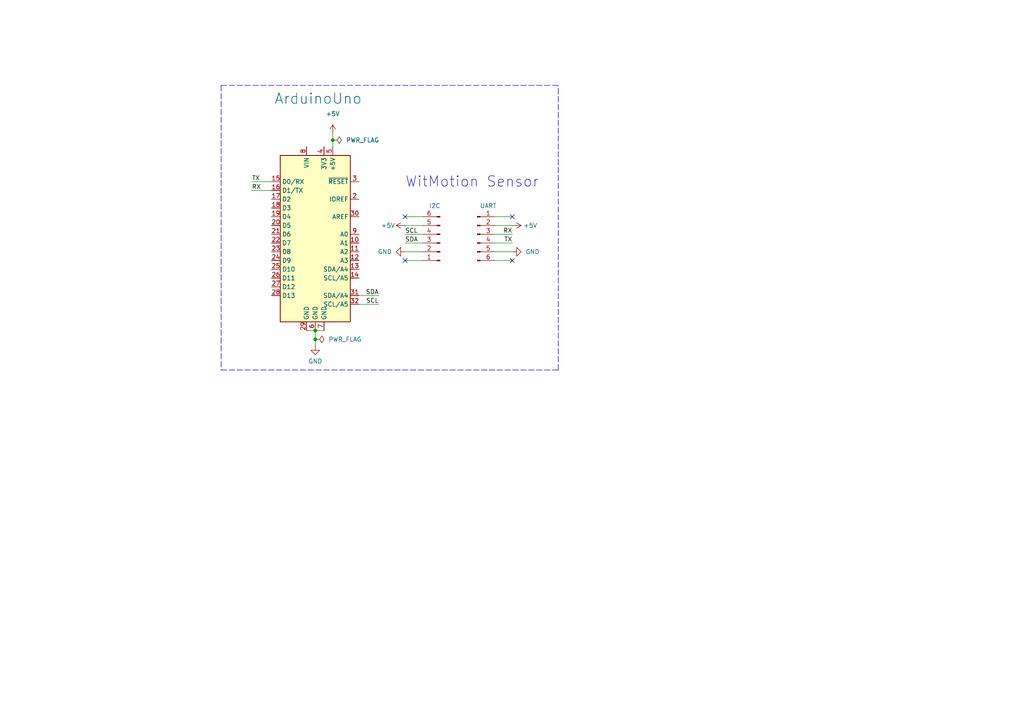
<source format=kicad_sch>
(kicad_sch (version 20211123) (generator eeschema)
  (paper "A4")
  (lib_symbols
    (symbol "Connector:Conn_01x06_Male" (pin_names (offset 1.016) hide)
      (property "Reference" "J" (at 0 7.62 0))
      (property "Value" "Conn_01x06_Male" (at 0 -10.16 0))
      (symbol "Conn_01x06_Male_1_1"
        (polyline (pts (xy 1.27 -7.62) (xy 0.8636 -7.62)) (stroke (width 0.1524)))
        (polyline (pts (xy 1.27 -5.08) (xy 0.8636 -5.08)) (stroke (width 0.1524)))
        (polyline (pts (xy 1.27 -2.54) (xy 0.8636 -2.54)) (stroke (width 0.1524)))
        (polyline (pts (xy 1.27 0) (xy 0.8636 0)) (stroke (width 0.1524)))
        (polyline (pts (xy 1.27 2.54) (xy 0.8636 2.54)) (stroke (width 0.1524)))
        (polyline (pts (xy 1.27 5.08) (xy 0.8636 5.08)) (stroke (width 0.1524)))
        (rectangle (start 0.8636 -7.493) (end 0 -7.747) (stroke (width 0.1524)) (fill (type outline)))
        (rectangle (start 0.8636 -4.953) (end 0 -5.207) (stroke (width 0.1524)) (fill (type outline)))
        (rectangle (start 0.8636 -2.413) (end 0 -2.667) (stroke (width 0.1524)) (fill (type outline)))
        (rectangle (start 0.8636 0.127) (end 0 -0.127) (stroke (width 0.1524)) (fill (type outline)))
        (rectangle (start 0.8636 2.667) (end 0 2.413) (stroke (width 0.1524)) (fill (type outline)))
        (rectangle (start 0.8636 5.207) (end 0 4.953) (stroke (width 0.1524)) (fill (type outline)))
        (pin passive line (at 5.08 5.08 180) (length 3.81) (name "Pin_1") (number "1"))
        (pin passive line (at 5.08 2.54 180) (length 3.81) (name "Pin_2") (number "2"))
        (pin passive line (at 5.08 0 180) (length 3.81) (name "Pin_3") (number "3"))
        (pin passive line (at 5.08 -2.54 180) (length 3.81) (name "Pin_4") (number "4"))
        (pin passive line (at 5.08 -5.08 180) (length 3.81) (name "Pin_5") (number "5"))
        (pin passive line (at 5.08 -7.62 180) (length 3.81) (name "Pin_6") (number "6"))
      )
    )
    (symbol "MCU_Module:Arduino_UNO_R3"
      (property "Reference" "A" (at -10.16 23.495 0))
      (property "Value" "Arduino_UNO_R3" (at 5.08 -26.67 0))
      (symbol "Arduino_UNO_R3_0_1"
        (rectangle (start -10.16 22.86) (end 10.16 -25.4) (stroke (width 0.254)) (fill (type background)))
      )
      (symbol "Arduino_UNO_R3_1_1"
        (pin no_connect line (at -10.16 -20.32 0) (length 2.54) hide (name "NC") (number "1"))
        (pin bidirectional line (at 12.7 -2.54 180) (length 2.54) (name "A1") (number "10"))
        (pin bidirectional line (at 12.7 -5.08 180) (length 2.54) (name "A2") (number "11"))
        (pin bidirectional line (at 12.7 -7.62 180) (length 2.54) (name "A3") (number "12"))
        (pin bidirectional line (at 12.7 -10.16 180) (length 2.54) (name "SDA/A4") (number "13"))
        (pin bidirectional line (at 12.7 -12.7 180) (length 2.54) (name "SCL/A5") (number "14"))
        (pin bidirectional line (at -12.7 15.24 0) (length 2.54) (name "D0/RX") (number "15"))
        (pin bidirectional line (at -12.7 12.7 0) (length 2.54) (name "D1/TX") (number "16"))
        (pin bidirectional line (at -12.7 10.16 0) (length 2.54) (name "D2") (number "17"))
        (pin bidirectional line (at -12.7 7.62 0) (length 2.54) (name "D3") (number "18"))
        (pin bidirectional line (at -12.7 5.08 0) (length 2.54) (name "D4") (number "19"))
        (pin output line (at 12.7 10.16 180) (length 2.54) (name "IOREF") (number "2"))
        (pin bidirectional line (at -12.7 2.54 0) (length 2.54) (name "D5") (number "20"))
        (pin bidirectional line (at -12.7 0 0) (length 2.54) (name "D6") (number "21"))
        (pin bidirectional line (at -12.7 -2.54 0) (length 2.54) (name "D7") (number "22"))
        (pin bidirectional line (at -12.7 -5.08 0) (length 2.54) (name "D8") (number "23"))
        (pin bidirectional line (at -12.7 -7.62 0) (length 2.54) (name "D9") (number "24"))
        (pin bidirectional line (at -12.7 -10.16 0) (length 2.54) (name "D10") (number "25"))
        (pin bidirectional line (at -12.7 -12.7 0) (length 2.54) (name "D11") (number "26"))
        (pin bidirectional line (at -12.7 -15.24 0) (length 2.54) (name "D12") (number "27"))
        (pin bidirectional line (at -12.7 -17.78 0) (length 2.54) (name "D13") (number "28"))
        (pin power_in line (at -2.54 -27.94 90) (length 2.54) (name "GND") (number "29"))
        (pin input line (at 12.7 15.24 180) (length 2.54) (name "~{RESET}") (number "3"))
        (pin input line (at 12.7 5.08 180) (length 2.54) (name "AREF") (number "30"))
        (pin bidirectional line (at 12.7 -17.78 180) (length 2.54) (name "SDA/A4") (number "31"))
        (pin bidirectional line (at 12.7 -20.32 180) (length 2.54) (name "SCL/A5") (number "32"))
        (pin power_out line (at 2.54 25.4 270) (length 2.54) (name "3V3") (number "4"))
        (pin power_out line (at 5.08 25.4 270) (length 2.54) (name "+5V") (number "5"))
        (pin power_in line (at 0 -27.94 90) (length 2.54) (name "GND") (number "6"))
        (pin power_in line (at 2.54 -27.94 90) (length 2.54) (name "GND") (number "7"))
        (pin power_in line (at -2.54 25.4 270) (length 2.54) (name "VIN") (number "8"))
        (pin bidirectional line (at 12.7 0 180) (length 2.54) (name "A0") (number "9"))
      )
    )
    (symbol "power:+5V" (power) (pin_names (offset 0))
      (property "Value" "+5V" (at 0 3.556 0))
      (symbol "+5V_0_1"
        (polyline (pts (xy -0.762 1.27) (xy 0 2.54)))
        (polyline (pts (xy 0 0) (xy 0 2.54)))
        (polyline (pts (xy 0 2.54) (xy 0.762 1.27)))
      )
      (symbol "+5V_1_1"
        (pin power_in line (at 0 0 90) (length 0) hide (name "+5V") (number "1"))
      )
    )
    (symbol "power:GND" (power) (pin_names (offset 0))
      (property "Value" "GND" (at 0 -3.81 0))
      (symbol "GND_0_1"
        (polyline (pts (xy 0 0) (xy 0 -1.27) (xy 1.27 -1.27) (xy 0 -2.54) (xy -1.27 -1.27) (xy 0 -1.27)))
      )
      (symbol "GND_1_1"
        (pin power_in line (at 0 0 270) (length 0) hide (name "GND") (number "1"))
      )
    )
    (symbol "power:PWR_FLAG" (power) (pin_numbers hide) (pin_names (offset 0) hide)
      (property "Value" "PWR_FLAG" (at 0 3.81 0))
      (symbol "PWR_FLAG_0_0"
        (pin power_out line (at 0 0 90) (length 0) (name "pwr") (number "1"))
      )
      (symbol "PWR_FLAG_0_1"
        (polyline (pts (xy 0 0) (xy 0 1.27) (xy -1.016 1.905) (xy 0 2.54) (xy 1.016 1.905) (xy 0 1.27)))
      )
    )
  )
  (junction (at 91.44 98.425))
  (junction (at 96.52 40.64))
  (junction (at 91.44 95.885))
  (no_connect (at 148.59 75.565))
  (no_connect (at 148.59 62.865))
  (no_connect (at 117.475 62.865))
  (no_connect (at 117.475 75.565))
  (wire (pts (xy 73.025 52.705) (xy 78.74 52.705)))
  (polyline (pts (xy 64.135 107.315) (xy 161.925 107.315)))
  (wire (pts (xy 143.51 73.025) (xy 148.59 73.025)))
  (polyline (pts (xy 64.135 24.765) (xy 64.135 107.315)))
  (wire (pts (xy 117.475 67.945) (xy 122.555 67.945)))
  (wire (pts (xy 117.475 73.025) (xy 122.555 73.025)))
  (wire (pts (xy 143.51 75.565) (xy 148.59 75.565)))
  (wire (pts (xy 104.14 88.265) (xy 109.855 88.265)))
  (wire (pts (xy 117.475 65.405) (xy 122.555 65.405)))
  (wire (pts (xy 91.44 100.33) (xy 91.44 98.425)))
  (wire (pts (xy 117.475 62.865) (xy 122.555 62.865)))
  (wire (pts (xy 117.475 75.565) (xy 122.555 75.565)))
  (wire (pts (xy 143.51 65.405) (xy 148.59 65.405)))
  (wire (pts (xy 73.025 55.245) (xy 78.74 55.245)))
  (wire (pts (xy 143.51 67.945) (xy 148.59 67.945)))
  (wire (pts (xy 104.14 85.725) (xy 109.855 85.725)))
  (wire (pts (xy 91.44 95.885) (xy 93.98 95.885)))
  (wire (pts (xy 88.9 95.885) (xy 91.44 95.885)))
  (wire (pts (xy 91.44 98.425) (xy 91.44 95.885)))
  (wire (pts (xy 143.51 62.865) (xy 148.59 62.865)))
  (wire (pts (xy 117.475 70.485) (xy 122.555 70.485)))
  (polyline (pts (xy 64.135 24.765) (xy 161.925 24.765)))
  (polyline (pts (xy 161.925 107.315) (xy 161.925 24.765)))
  (wire (pts (xy 143.51 70.485) (xy 148.59 70.485)))
  (wire (pts (xy 96.52 40.64) (xy 96.52 42.545)))
  (wire (pts (xy 96.52 38.735) (xy 96.52 40.64)))
  (text "WitMotion Sensor" (at 117.475 54.61 0) (effects (font (size 3 3)) (justify left bottom)))
  (label "SDA" (at 117.475 70.485 0))
  (label "SCL" (at 109.855 88.265 180))
  (label "TX" (at 73.025 52.705 0))
  (label "SDA" (at 109.855 85.725 180))
  (label "RX" (at 148.59 67.945 180))
  (label "RX" (at 73.025 55.245 0))
  (label "TX" (at 148.59 70.485 180))
  (label "SCL" (at 117.475 67.945 0))
  (symbol (lib_id "power:+5V") (at 117.475 65.405 90) (unit 1)
    (property "Reference" "#PWR?" (effects hide))
    (property "Value" "+5V" (at 110.49 65.405 90) (effects (justify right)))
  )
  (symbol (lib_id "power:PWR_FLAG") (at 91.44 98.425 270) (unit 1)
    (property "Reference" "#FLG?" (effects hide))
    (property "Value" "PWR_FLAG" (at 95.25 98.4249 90) (effects (justify left)))
  )
  (symbol (lib_id "power:+5V") (at 96.52 38.735 0) (unit 1)
    (property "Reference" "#PWR?" (effects hide))
    (property "Value" "+5V" (at 96.52 33.02 0))
  )
  (symbol (lib_id "power:GND") (at 91.44 100.33 0) (unit 1)
    (property "Reference" "#PWR?" (effects hide))
    (property "Value" "GND" (at 91.44 104.775 0))
  )
  (symbol (lib_id "power:PWR_FLAG") (at 96.52 40.64 270) (unit 1)
    (property "Reference" "#FLG?" (effects hide))
    (property "Value" "PWR_FLAG" (at 100.33 40.6399 90) (effects (justify left)))
  )
  (symbol (lib_id "power:GND") (at 148.59 73.025 90) (unit 1)
    (property "Reference" "#PWR?" (effects hide))
    (property "Value" "GND" (at 152.4 73.0249 90) (effects (justify right)))
  )
  (symbol (lib_id "power:GND") (at 117.475 73.025 270) (unit 1)
    (property "Reference" "#PWR?" (effects hide))
    (property "Value" "GND" (at 113.665 73.0249 90) (effects (justify right)))
  )
  (symbol (lib_id "power:+5V") (at 148.59 65.405 270) (unit 1)
    (property "Reference" "#PWR?" (effects hide))
    (property "Value" "+5V" (at 151.765 65.4049 90) (effects (justify left)))
  )
  (symbol (lib_id "MCU_Module:Arduino_UNO_R3") (at 91.44 67.945 0) (unit 1)
    (property "Reference" "ArduinoUno" (at 79.375 28.575 0) (effects (font (size 3 3)) (justify left)))
    (property "Value" " " (at 105.41 46.355 0) (effects (justify left)))
    (property "Footprint" "Module:Arduino_UNO_R3" (effects hide))
    (property "Datasheet" "https://www.arduino.cc/en/Main/arduinoBoardUno" (effects hide))
  )
  (symbol (lib_id "Connector:Conn_01x06_Male") (at 138.43 67.945 0) (unit 1)
    (property "Reference" "UART" (at 141.605 59.69 0))
    (property "Value" " " (at 139.065 60.325 0))
  )
  (symbol (lib_id "Connector:Conn_01x06_Male") (at 127.635 70.485 180) (unit 1)
    (property "Reference" "I2C" (at 124.46 59.69 0) (effects (justify right)))
    (property "Value" " " (at 119.38 78.105 0) (effects (justify right)))
  )
)
</source>
